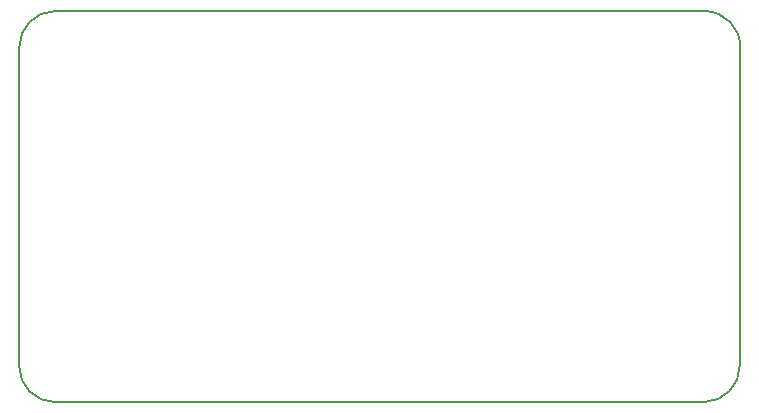
<source format=gbr>
%TF.GenerationSoftware,KiCad,Pcbnew,(6.0.9)*%
%TF.CreationDate,2023-07-19T12:20:02-07:00*%
%TF.ProjectId,pcb,7063622e-6b69-4636-9164-5f7063625858,0.1*%
%TF.SameCoordinates,Original*%
%TF.FileFunction,Profile,NP*%
%FSLAX46Y46*%
G04 Gerber Fmt 4.6, Leading zero omitted, Abs format (unit mm)*
G04 Created by KiCad (PCBNEW (6.0.9)) date 2023-07-19 12:20:02*
%MOMM*%
%LPD*%
G01*
G04 APERTURE LIST*
%TA.AperFunction,Profile*%
%ADD10C,0.200000*%
%TD*%
G04 APERTURE END LIST*
D10*
X45370000Y-23120000D02*
X45370000Y-50120000D01*
X48370000Y-20019974D02*
G75*
G03*
X45370000Y-23120000I49200J-3049226D01*
G01*
X45370000Y-50120000D02*
G75*
G03*
X48370000Y-53120000I3000000J0D01*
G01*
X103370000Y-53120026D02*
G75*
G03*
X106370000Y-50020000I-49200J3049226D01*
G01*
X103370000Y-53120000D02*
X48370000Y-53120000D01*
X106419576Y-23120826D02*
G75*
G03*
X103370000Y-20020000I-3049576J50826D01*
G01*
X106419576Y-23120826D02*
X106370000Y-50020000D01*
X48370000Y-20020000D02*
X103370000Y-20020000D01*
M02*

</source>
